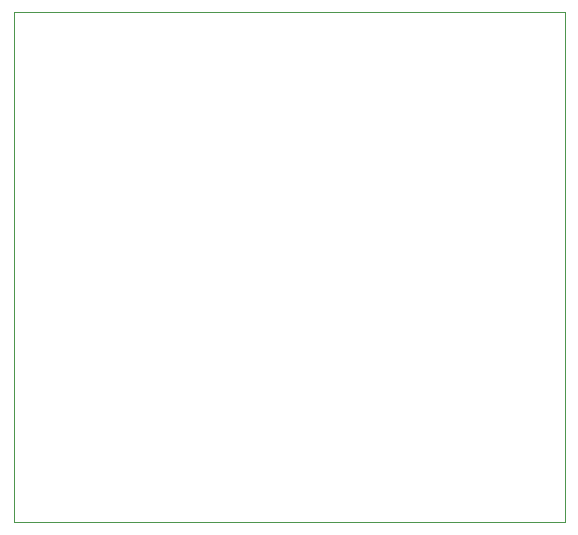
<source format=gtp>
G75*
G70*
%OFA0B0*%
%FSLAX24Y24*%
%IPPOS*%
%LPD*%
%AMOC8*
5,1,8,0,0,1.08239X$1,22.5*
%
%ADD10C,0.0000*%
D10*
X000100Y000100D02*
X000100Y017096D01*
X018470Y017096D01*
X018470Y000100D01*
X000100Y000100D01*
M02*

</source>
